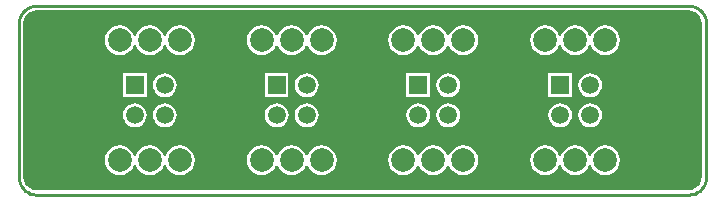
<source format=gbl>
G04*
G04 #@! TF.GenerationSoftware,Altium Limited,Altium Designer,20.1.8 (145)*
G04*
G04 Layer_Physical_Order=2*
G04 Layer_Color=16711680*
%FSLAX25Y25*%
%MOIN*%
G70*
G04*
G04 #@! TF.SameCoordinates,6776F504-3C08-431A-B1F5-C50581409E40*
G04*
G04*
G04 #@! TF.FilePolarity,Positive*
G04*
G01*
G75*
%ADD11C,0.01000*%
%ADD17C,0.07874*%
%ADD18C,0.05906*%
%ADD19R,0.05906X0.05906*%
G36*
X224365Y61330D02*
X225425Y60891D01*
X226335Y60193D01*
X227033Y59283D01*
X227472Y58224D01*
X227615Y57138D01*
X227605Y57087D01*
Y5906D01*
X227615Y5854D01*
X227472Y4769D01*
X227033Y3709D01*
X226335Y2799D01*
X225425Y2101D01*
X224365Y1662D01*
X223280Y1519D01*
X223228Y1529D01*
X5906D01*
X5854Y1519D01*
X4769Y1662D01*
X3709Y2101D01*
X2799Y2799D01*
X2101Y3709D01*
X1662Y4769D01*
X1519Y5854D01*
X1529Y5906D01*
Y57087D01*
X1519Y57138D01*
X1662Y58224D01*
X2101Y59283D01*
X2799Y60193D01*
X3709Y60891D01*
X4769Y61330D01*
X5854Y61473D01*
X5906Y61463D01*
X223228D01*
X223280Y61473D01*
X224365Y61330D01*
D02*
G37*
%LPC*%
G36*
X195433Y56480D02*
X194144Y56310D01*
X192943Y55813D01*
X191912Y55021D01*
X191121Y53990D01*
X190704Y52983D01*
X190162D01*
X189745Y53990D01*
X188954Y55021D01*
X187923Y55813D01*
X186722Y56310D01*
X185433Y56480D01*
X184144Y56310D01*
X182943Y55813D01*
X181912Y55021D01*
X181121Y53990D01*
X180704Y52983D01*
X180162D01*
X179745Y53990D01*
X178954Y55021D01*
X177923Y55813D01*
X176722Y56310D01*
X175433Y56480D01*
X174144Y56310D01*
X172943Y55813D01*
X171912Y55021D01*
X171121Y53990D01*
X170623Y52789D01*
X170453Y51500D01*
X170623Y50211D01*
X171121Y49010D01*
X171912Y47979D01*
X172943Y47188D01*
X174144Y46690D01*
X175433Y46520D01*
X176722Y46690D01*
X177923Y47188D01*
X178954Y47979D01*
X179745Y49010D01*
X180162Y50017D01*
X180704D01*
X181121Y49010D01*
X181912Y47979D01*
X182943Y47188D01*
X184144Y46690D01*
X185433Y46520D01*
X186722Y46690D01*
X187923Y47188D01*
X188954Y47979D01*
X189745Y49010D01*
X190162Y50017D01*
X190704D01*
X191121Y49010D01*
X191912Y47979D01*
X192943Y47188D01*
X194144Y46690D01*
X195433Y46520D01*
X196722Y46690D01*
X197923Y47188D01*
X198954Y47979D01*
X199746Y49010D01*
X200243Y50211D01*
X200413Y51500D01*
X200243Y52789D01*
X199746Y53990D01*
X198954Y55021D01*
X197923Y55813D01*
X196722Y56310D01*
X195433Y56480D01*
D02*
G37*
G36*
X100945D02*
X99656Y56310D01*
X98455Y55813D01*
X97424Y55021D01*
X96632Y53990D01*
X96215Y52983D01*
X95674D01*
X95257Y53990D01*
X94466Y55021D01*
X93435Y55813D01*
X92234Y56310D01*
X90945Y56480D01*
X89656Y56310D01*
X88455Y55813D01*
X87424Y55021D01*
X86632Y53990D01*
X86216Y52983D01*
X85674D01*
X85257Y53990D01*
X84466Y55021D01*
X83435Y55813D01*
X82234Y56310D01*
X80945Y56480D01*
X79656Y56310D01*
X78455Y55813D01*
X77424Y55021D01*
X76632Y53990D01*
X76135Y52789D01*
X75965Y51500D01*
X76135Y50211D01*
X76632Y49010D01*
X77424Y47979D01*
X78455Y47188D01*
X79656Y46690D01*
X80945Y46520D01*
X82234Y46690D01*
X83435Y47188D01*
X84466Y47979D01*
X85257Y49010D01*
X85674Y50017D01*
X86216D01*
X86632Y49010D01*
X87424Y47979D01*
X88455Y47188D01*
X89656Y46690D01*
X90945Y46520D01*
X92234Y46690D01*
X93435Y47188D01*
X94466Y47979D01*
X95257Y49010D01*
X95674Y50017D01*
X96215D01*
X96632Y49010D01*
X97424Y47979D01*
X98455Y47188D01*
X99656Y46690D01*
X100945Y46520D01*
X102234Y46690D01*
X103435Y47188D01*
X104466Y47979D01*
X105257Y49010D01*
X105755Y50211D01*
X105924Y51500D01*
X105755Y52789D01*
X105257Y53990D01*
X104466Y55021D01*
X103435Y55813D01*
X102234Y56310D01*
X100945Y56480D01*
D02*
G37*
G36*
X148189D02*
X146900Y56310D01*
X145699Y55813D01*
X144668Y55021D01*
X143877Y53990D01*
X143460Y52983D01*
X142918D01*
X142501Y53990D01*
X141710Y55021D01*
X140679Y55813D01*
X139478Y56310D01*
X138189Y56480D01*
X136900Y56310D01*
X135699Y55813D01*
X134668Y55021D01*
X133877Y53990D01*
X133460Y52983D01*
X132918D01*
X132501Y53990D01*
X131710Y55021D01*
X130679Y55813D01*
X129478Y56310D01*
X128189Y56480D01*
X126900Y56310D01*
X125699Y55813D01*
X124668Y55021D01*
X123877Y53990D01*
X123379Y52789D01*
X123209Y51500D01*
X123379Y50211D01*
X123877Y49010D01*
X124668Y47979D01*
X125699Y47188D01*
X126900Y46690D01*
X128189Y46520D01*
X129478Y46690D01*
X130679Y47188D01*
X131710Y47979D01*
X132501Y49010D01*
X132918Y50017D01*
X133460D01*
X133877Y49010D01*
X134668Y47979D01*
X135699Y47188D01*
X136900Y46690D01*
X138189Y46520D01*
X139478Y46690D01*
X140679Y47188D01*
X141710Y47979D01*
X142501Y49010D01*
X142918Y50017D01*
X143460D01*
X143877Y49010D01*
X144668Y47979D01*
X145699Y47188D01*
X146900Y46690D01*
X148189Y46520D01*
X149478Y46690D01*
X150679Y47188D01*
X151710Y47979D01*
X152501Y49010D01*
X152999Y50211D01*
X153169Y51500D01*
X152999Y52789D01*
X152501Y53990D01*
X151710Y55021D01*
X150679Y55813D01*
X149478Y56310D01*
X148189Y56480D01*
D02*
G37*
G36*
X53701D02*
X52412Y56310D01*
X51211Y55813D01*
X50180Y55021D01*
X49388Y53990D01*
X48971Y52983D01*
X48430D01*
X48013Y53990D01*
X47222Y55021D01*
X46191Y55813D01*
X44990Y56310D01*
X43701Y56480D01*
X42412Y56310D01*
X41211Y55813D01*
X40180Y55021D01*
X39388Y53990D01*
X38971Y52983D01*
X38430D01*
X38013Y53990D01*
X37222Y55021D01*
X36191Y55813D01*
X34990Y56310D01*
X33701Y56480D01*
X32412Y56310D01*
X31211Y55813D01*
X30180Y55021D01*
X29388Y53990D01*
X28891Y52789D01*
X28721Y51500D01*
X28891Y50211D01*
X29388Y49010D01*
X30180Y47979D01*
X31211Y47188D01*
X32412Y46690D01*
X33701Y46520D01*
X34990Y46690D01*
X36191Y47188D01*
X37222Y47979D01*
X38013Y49010D01*
X38430Y50017D01*
X38971D01*
X39388Y49010D01*
X40180Y47979D01*
X41211Y47188D01*
X42412Y46690D01*
X43701Y46520D01*
X44990Y46690D01*
X46191Y47188D01*
X47222Y47979D01*
X48013Y49010D01*
X48430Y50017D01*
X48971D01*
X49388Y49010D01*
X50180Y47979D01*
X51211Y47188D01*
X52412Y46690D01*
X53701Y46520D01*
X54990Y46690D01*
X56191Y47188D01*
X57222Y47979D01*
X58013Y49010D01*
X58511Y50211D01*
X58680Y51500D01*
X58511Y52789D01*
X58013Y53990D01*
X57222Y55021D01*
X56191Y55813D01*
X54990Y56310D01*
X53701Y56480D01*
D02*
G37*
G36*
X184386Y40453D02*
X176480D01*
Y32547D01*
X184386D01*
Y40453D01*
D02*
G37*
G36*
X137142D02*
X129236D01*
Y32547D01*
X137142D01*
Y40453D01*
D02*
G37*
G36*
X89898D02*
X81992D01*
Y32547D01*
X89898D01*
Y40453D01*
D02*
G37*
G36*
X42654D02*
X34748D01*
Y32547D01*
X42654D01*
Y40453D01*
D02*
G37*
G36*
X190433Y40487D02*
X189401Y40351D01*
X188440Y39953D01*
X187614Y39319D01*
X186980Y38493D01*
X186582Y37532D01*
X186446Y36500D01*
X186582Y35468D01*
X186980Y34507D01*
X187614Y33681D01*
X188440Y33047D01*
X189401Y32649D01*
X190433Y32513D01*
X191465Y32649D01*
X192427Y33047D01*
X193252Y33681D01*
X193886Y34507D01*
X194284Y35468D01*
X194420Y36500D01*
X194284Y37532D01*
X193886Y38493D01*
X193252Y39319D01*
X192427Y39953D01*
X191465Y40351D01*
X190433Y40487D01*
D02*
G37*
G36*
X143189D02*
X142157Y40351D01*
X141195Y39953D01*
X140370Y39319D01*
X139736Y38493D01*
X139338Y37532D01*
X139202Y36500D01*
X139338Y35468D01*
X139736Y34507D01*
X140370Y33681D01*
X141195Y33047D01*
X142157Y32649D01*
X143189Y32513D01*
X144221Y32649D01*
X145182Y33047D01*
X146008Y33681D01*
X146642Y34507D01*
X147040Y35468D01*
X147176Y36500D01*
X147040Y37532D01*
X146642Y38493D01*
X146008Y39319D01*
X145182Y39953D01*
X144221Y40351D01*
X143189Y40487D01*
D02*
G37*
G36*
X95945D02*
X94913Y40351D01*
X93951Y39953D01*
X93126Y39319D01*
X92492Y38493D01*
X92094Y37532D01*
X91958Y36500D01*
X92094Y35468D01*
X92492Y34507D01*
X93126Y33681D01*
X93951Y33047D01*
X94913Y32649D01*
X95945Y32513D01*
X96977Y32649D01*
X97938Y33047D01*
X98764Y33681D01*
X99398Y34507D01*
X99796Y35468D01*
X99932Y36500D01*
X99796Y37532D01*
X99398Y38493D01*
X98764Y39319D01*
X97938Y39953D01*
X96977Y40351D01*
X95945Y40487D01*
D02*
G37*
G36*
X48701D02*
X47669Y40351D01*
X46707Y39953D01*
X45882Y39319D01*
X45248Y38493D01*
X44850Y37532D01*
X44714Y36500D01*
X44850Y35468D01*
X45248Y34507D01*
X45882Y33681D01*
X46707Y33047D01*
X47669Y32649D01*
X48701Y32513D01*
X49733Y32649D01*
X50694Y33047D01*
X51520Y33681D01*
X52153Y34507D01*
X52552Y35468D01*
X52688Y36500D01*
X52552Y37532D01*
X52153Y38493D01*
X51520Y39319D01*
X50694Y39953D01*
X49733Y40351D01*
X48701Y40487D01*
D02*
G37*
G36*
X190433Y30487D02*
X189401Y30351D01*
X188440Y29953D01*
X187614Y29319D01*
X186980Y28493D01*
X186582Y27532D01*
X186446Y26500D01*
X186582Y25468D01*
X186980Y24507D01*
X187614Y23681D01*
X188440Y23047D01*
X189401Y22649D01*
X190433Y22513D01*
X191465Y22649D01*
X192427Y23047D01*
X193252Y23681D01*
X193886Y24507D01*
X194284Y25468D01*
X194420Y26500D01*
X194284Y27532D01*
X193886Y28493D01*
X193252Y29319D01*
X192427Y29953D01*
X191465Y30351D01*
X190433Y30487D01*
D02*
G37*
G36*
X180433D02*
X179401Y30351D01*
X178440Y29953D01*
X177614Y29319D01*
X176980Y28493D01*
X176582Y27532D01*
X176446Y26500D01*
X176582Y25468D01*
X176980Y24507D01*
X177614Y23681D01*
X178440Y23047D01*
X179401Y22649D01*
X180433Y22513D01*
X181465Y22649D01*
X182427Y23047D01*
X183252Y23681D01*
X183886Y24507D01*
X184284Y25468D01*
X184420Y26500D01*
X184284Y27532D01*
X183886Y28493D01*
X183252Y29319D01*
X182427Y29953D01*
X181465Y30351D01*
X180433Y30487D01*
D02*
G37*
G36*
X143189D02*
X142157Y30351D01*
X141195Y29953D01*
X140370Y29319D01*
X139736Y28493D01*
X139338Y27532D01*
X139202Y26500D01*
X139338Y25468D01*
X139736Y24507D01*
X140370Y23681D01*
X141195Y23047D01*
X142157Y22649D01*
X143189Y22513D01*
X144221Y22649D01*
X145182Y23047D01*
X146008Y23681D01*
X146642Y24507D01*
X147040Y25468D01*
X147176Y26500D01*
X147040Y27532D01*
X146642Y28493D01*
X146008Y29319D01*
X145182Y29953D01*
X144221Y30351D01*
X143189Y30487D01*
D02*
G37*
G36*
X133189D02*
X132157Y30351D01*
X131195Y29953D01*
X130370Y29319D01*
X129736Y28493D01*
X129338Y27532D01*
X129202Y26500D01*
X129338Y25468D01*
X129736Y24507D01*
X130370Y23681D01*
X131195Y23047D01*
X132157Y22649D01*
X133189Y22513D01*
X134221Y22649D01*
X135182Y23047D01*
X136008Y23681D01*
X136642Y24507D01*
X137040Y25468D01*
X137176Y26500D01*
X137040Y27532D01*
X136642Y28493D01*
X136008Y29319D01*
X135182Y29953D01*
X134221Y30351D01*
X133189Y30487D01*
D02*
G37*
G36*
X95945D02*
X94913Y30351D01*
X93951Y29953D01*
X93126Y29319D01*
X92492Y28493D01*
X92094Y27532D01*
X91958Y26500D01*
X92094Y25468D01*
X92492Y24507D01*
X93126Y23681D01*
X93951Y23047D01*
X94913Y22649D01*
X95945Y22513D01*
X96977Y22649D01*
X97938Y23047D01*
X98764Y23681D01*
X99398Y24507D01*
X99796Y25468D01*
X99932Y26500D01*
X99796Y27532D01*
X99398Y28493D01*
X98764Y29319D01*
X97938Y29953D01*
X96977Y30351D01*
X95945Y30487D01*
D02*
G37*
G36*
X85945D02*
X84913Y30351D01*
X83951Y29953D01*
X83126Y29319D01*
X82492Y28493D01*
X82094Y27532D01*
X81958Y26500D01*
X82094Y25468D01*
X82492Y24507D01*
X83126Y23681D01*
X83951Y23047D01*
X84913Y22649D01*
X85945Y22513D01*
X86977Y22649D01*
X87938Y23047D01*
X88764Y23681D01*
X89398Y24507D01*
X89796Y25468D01*
X89932Y26500D01*
X89796Y27532D01*
X89398Y28493D01*
X88764Y29319D01*
X87938Y29953D01*
X86977Y30351D01*
X85945Y30487D01*
D02*
G37*
G36*
X48701D02*
X47669Y30351D01*
X46707Y29953D01*
X45882Y29319D01*
X45248Y28493D01*
X44850Y27532D01*
X44714Y26500D01*
X44850Y25468D01*
X45248Y24507D01*
X45882Y23681D01*
X46707Y23047D01*
X47669Y22649D01*
X48701Y22513D01*
X49733Y22649D01*
X50694Y23047D01*
X51520Y23681D01*
X52153Y24507D01*
X52552Y25468D01*
X52688Y26500D01*
X52552Y27532D01*
X52153Y28493D01*
X51520Y29319D01*
X50694Y29953D01*
X49733Y30351D01*
X48701Y30487D01*
D02*
G37*
G36*
X38701D02*
X37669Y30351D01*
X36707Y29953D01*
X35882Y29319D01*
X35248Y28493D01*
X34850Y27532D01*
X34714Y26500D01*
X34850Y25468D01*
X35248Y24507D01*
X35882Y23681D01*
X36707Y23047D01*
X37669Y22649D01*
X38701Y22513D01*
X39733Y22649D01*
X40694Y23047D01*
X41520Y23681D01*
X42153Y24507D01*
X42552Y25468D01*
X42688Y26500D01*
X42552Y27532D01*
X42153Y28493D01*
X41520Y29319D01*
X40694Y29953D01*
X39733Y30351D01*
X38701Y30487D01*
D02*
G37*
G36*
X195433Y16480D02*
X194144Y16310D01*
X192943Y15812D01*
X191912Y15021D01*
X191121Y13990D01*
X190704Y12983D01*
X190162D01*
X189745Y13990D01*
X188954Y15021D01*
X187923Y15812D01*
X186722Y16310D01*
X185433Y16480D01*
X184144Y16310D01*
X182943Y15812D01*
X181912Y15021D01*
X181121Y13990D01*
X180704Y12983D01*
X180162D01*
X179745Y13990D01*
X178954Y15021D01*
X177923Y15812D01*
X176722Y16310D01*
X175433Y16480D01*
X174144Y16310D01*
X172943Y15812D01*
X171912Y15021D01*
X171121Y13990D01*
X170623Y12789D01*
X170453Y11500D01*
X170623Y10211D01*
X171121Y9010D01*
X171912Y7979D01*
X172943Y7187D01*
X174144Y6690D01*
X175433Y6520D01*
X176722Y6690D01*
X177923Y7187D01*
X178954Y7979D01*
X179745Y9010D01*
X180162Y10017D01*
X180704D01*
X181121Y9010D01*
X181912Y7979D01*
X182943Y7187D01*
X184144Y6690D01*
X185433Y6520D01*
X186722Y6690D01*
X187923Y7187D01*
X188954Y7979D01*
X189745Y9010D01*
X190162Y10017D01*
X190704D01*
X191121Y9010D01*
X191912Y7979D01*
X192943Y7187D01*
X194144Y6690D01*
X195433Y6520D01*
X196722Y6690D01*
X197923Y7187D01*
X198954Y7979D01*
X199746Y9010D01*
X200243Y10211D01*
X200413Y11500D01*
X200243Y12789D01*
X199746Y13990D01*
X198954Y15021D01*
X197923Y15812D01*
X196722Y16310D01*
X195433Y16480D01*
D02*
G37*
G36*
X100945D02*
X99656Y16310D01*
X98455Y15812D01*
X97424Y15021D01*
X96632Y13990D01*
X96215Y12983D01*
X95674D01*
X95257Y13990D01*
X94466Y15021D01*
X93435Y15812D01*
X92234Y16310D01*
X90945Y16480D01*
X89656Y16310D01*
X88455Y15812D01*
X87424Y15021D01*
X86632Y13990D01*
X86216Y12983D01*
X85674D01*
X85257Y13990D01*
X84466Y15021D01*
X83435Y15812D01*
X82234Y16310D01*
X80945Y16480D01*
X79656Y16310D01*
X78455Y15812D01*
X77424Y15021D01*
X76632Y13990D01*
X76135Y12789D01*
X75965Y11500D01*
X76135Y10211D01*
X76632Y9010D01*
X77424Y7979D01*
X78455Y7187D01*
X79656Y6690D01*
X80945Y6520D01*
X82234Y6690D01*
X83435Y7187D01*
X84466Y7979D01*
X85257Y9010D01*
X85674Y10017D01*
X86216D01*
X86632Y9010D01*
X87424Y7979D01*
X88455Y7187D01*
X89656Y6690D01*
X90945Y6520D01*
X92234Y6690D01*
X93435Y7187D01*
X94466Y7979D01*
X95257Y9010D01*
X95674Y10017D01*
X96215D01*
X96632Y9010D01*
X97424Y7979D01*
X98455Y7187D01*
X99656Y6690D01*
X100945Y6520D01*
X102234Y6690D01*
X103435Y7187D01*
X104466Y7979D01*
X105257Y9010D01*
X105755Y10211D01*
X105924Y11500D01*
X105755Y12789D01*
X105257Y13990D01*
X104466Y15021D01*
X103435Y15812D01*
X102234Y16310D01*
X100945Y16480D01*
D02*
G37*
G36*
X148189D02*
X146900Y16310D01*
X145699Y15812D01*
X144668Y15021D01*
X143877Y13990D01*
X143460Y12983D01*
X142918D01*
X142501Y13990D01*
X141710Y15021D01*
X140679Y15812D01*
X139478Y16310D01*
X138189Y16480D01*
X136900Y16310D01*
X135699Y15812D01*
X134668Y15021D01*
X133877Y13990D01*
X133460Y12983D01*
X132918D01*
X132501Y13990D01*
X131710Y15021D01*
X130679Y15812D01*
X129478Y16310D01*
X128189Y16480D01*
X126900Y16310D01*
X125699Y15812D01*
X124668Y15021D01*
X123877Y13990D01*
X123379Y12789D01*
X123209Y11500D01*
X123379Y10211D01*
X123877Y9010D01*
X124668Y7979D01*
X125699Y7187D01*
X126900Y6690D01*
X128189Y6520D01*
X129478Y6690D01*
X130679Y7187D01*
X131710Y7979D01*
X132501Y9010D01*
X132918Y10017D01*
X133460D01*
X133877Y9010D01*
X134668Y7979D01*
X135699Y7187D01*
X136900Y6690D01*
X138189Y6520D01*
X139478Y6690D01*
X140679Y7187D01*
X141710Y7979D01*
X142501Y9010D01*
X142918Y10017D01*
X143460D01*
X143877Y9010D01*
X144668Y7979D01*
X145699Y7187D01*
X146900Y6690D01*
X148189Y6520D01*
X149478Y6690D01*
X150679Y7187D01*
X151710Y7979D01*
X152501Y9010D01*
X152999Y10211D01*
X153169Y11500D01*
X152999Y12789D01*
X152501Y13990D01*
X151710Y15021D01*
X150679Y15812D01*
X149478Y16310D01*
X148189Y16480D01*
D02*
G37*
G36*
X53701D02*
X52412Y16310D01*
X51211Y15812D01*
X50180Y15021D01*
X49388Y13990D01*
X48971Y12983D01*
X48430D01*
X48013Y13990D01*
X47222Y15021D01*
X46191Y15812D01*
X44990Y16310D01*
X43701Y16480D01*
X42412Y16310D01*
X41211Y15812D01*
X40180Y15021D01*
X39388Y13990D01*
X38971Y12983D01*
X38430D01*
X38013Y13990D01*
X37222Y15021D01*
X36191Y15812D01*
X34990Y16310D01*
X33701Y16480D01*
X32412Y16310D01*
X31211Y15812D01*
X30180Y15021D01*
X29388Y13990D01*
X28891Y12789D01*
X28721Y11500D01*
X28891Y10211D01*
X29388Y9010D01*
X30180Y7979D01*
X31211Y7187D01*
X32412Y6690D01*
X33701Y6520D01*
X34990Y6690D01*
X36191Y7187D01*
X37222Y7979D01*
X38013Y9010D01*
X38430Y10017D01*
X38971D01*
X39388Y9010D01*
X40180Y7979D01*
X41211Y7187D01*
X42412Y6690D01*
X43701Y6520D01*
X44990Y6690D01*
X46191Y7187D01*
X47222Y7979D01*
X48013Y9010D01*
X48430Y10017D01*
X48971D01*
X49388Y9010D01*
X50180Y7979D01*
X51211Y7187D01*
X52412Y6690D01*
X53701Y6520D01*
X54990Y6690D01*
X56191Y7187D01*
X57222Y7979D01*
X58013Y9010D01*
X58511Y10211D01*
X58680Y11500D01*
X58511Y12789D01*
X58013Y13990D01*
X57222Y15021D01*
X56191Y15812D01*
X54990Y16310D01*
X53701Y16480D01*
D02*
G37*
%LPD*%
D11*
X0Y5906D02*
X90Y4880D01*
X356Y3886D01*
X791Y2953D01*
X1382Y2110D01*
X2110Y1382D01*
X2953Y791D01*
X3886Y356D01*
X4880Y90D01*
X5906Y0D01*
X223228D02*
X224254Y90D01*
X225248Y356D01*
X226181Y791D01*
X227024Y1382D01*
X227752Y2110D01*
X228343Y2953D01*
X228778Y3886D01*
X229044Y4880D01*
X229134Y5906D01*
Y57087D02*
X229044Y58112D01*
X228778Y59106D01*
X228343Y60039D01*
X227752Y60883D01*
X227024Y61611D01*
X226181Y62201D01*
X225248Y62636D01*
X224254Y62902D01*
X223228Y62992D01*
X5906D02*
X4880Y62902D01*
X3886Y62636D01*
X2953Y62201D01*
X2110Y61611D01*
X1382Y60883D01*
X791Y60039D01*
X356Y59106D01*
X90Y58112D01*
X0Y57087D01*
Y5906D02*
Y57087D01*
X5906Y0D02*
X223228D01*
X229134Y5906D02*
Y57087D01*
X5906Y62992D02*
X223228D01*
D17*
X90945Y51500D02*
D03*
Y11500D02*
D03*
X100945D02*
D03*
X80945D02*
D03*
Y51500D02*
D03*
X100945D02*
D03*
X138189D02*
D03*
Y11500D02*
D03*
X148189D02*
D03*
X128189D02*
D03*
Y51500D02*
D03*
X148189D02*
D03*
X43701D02*
D03*
Y11500D02*
D03*
X53701D02*
D03*
X33701D02*
D03*
Y51500D02*
D03*
X53701D02*
D03*
X185433D02*
D03*
Y11500D02*
D03*
X195433D02*
D03*
X175433D02*
D03*
Y51500D02*
D03*
X195433D02*
D03*
D18*
X48701Y26500D02*
D03*
X38701D02*
D03*
X48701Y36500D02*
D03*
X95945Y26500D02*
D03*
X85945D02*
D03*
X95945Y36500D02*
D03*
X143189Y26500D02*
D03*
X133189D02*
D03*
X143189Y36500D02*
D03*
X190433Y26500D02*
D03*
X180433D02*
D03*
X190433Y36500D02*
D03*
D19*
X38701D02*
D03*
X85945D02*
D03*
X133189D02*
D03*
X180433D02*
D03*
M02*

</source>
